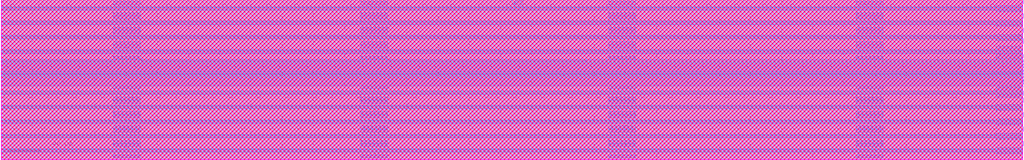
<source format=lef>
# Created by MC2 : Version 2012.02.00.d on 2024/05/10, 14:04:38

#*********************************************************************************************************************/
# Software       : TSMC MEMORY COMPILER tsn28hpcpd127spsram_2012.02.00.d.180a						*/
# Technology     : TSMC 28nm CMOS LOGIC High Performance Compact Mobile Computing Plus 1P10M HKMG CU_ELK 0.9V				*/
#  Memory Type    : TSMC 28nm High Performance Compact Mobile Computing Plus Single Port SRAM with d127 bit cell HVT periphery */
# Library Name   : ts1n28hpcphvtb32768x9m16sso (user specify : TS1N28HPCPHVTB32768X9M16SSO)				*/
# Library Version: 180a												*/
# Generated Time : 2024/05/10, 14:04:29										*/
#*********************************************************************************************************************/
#															*/
# STATEMENT OF USE													*/
#															*/
# This information contains confidential and proprietary information of TSMC.					*/
# No part of this information may be reproduced, transmitted, transcribed,						*/
# stored in a retrieval system, or translated into any human or computer						*/
# language, in any form or by any means, electronic, mechanical, magnetic,						*/
# optical, chemical, manual, or otherwise, without the prior written permission					*/
# of TSMC. This information was prepared for informational purpose and is for					*/
# use by TSMC's customers only. TSMC reserves the right to make changes in the					*/
# information at any time and without notice.									*/
#															*/
#*********************************************************************************************************************/
VERSION 5.7 ;
BUSBITCHARS "[]" ;
DIVIDERCHAR "/" ;

MACRO TS1N28HPCPHVTB32768X9M16SSO
	CLASS BLOCK ;
	FOREIGN TS1N28HPCPHVTB32768X9M16SSO 0.0 0.0 ;
	ORIGIN 0.0 0.0 ;
	SIZE 654.735 BY 102.850 ;
	SYMMETRY X Y ;
	PIN A[0]
		DIRECTION INPUT ;
		USE SIGNAL ;
		PORT
			LAYER M3 ;
			RECT 654.555 58.550 654.735 58.700 ;
			LAYER M2 ;
			RECT 654.555 58.550 654.735 58.700 ;
			LAYER M1 ;
			RECT 654.555 58.550 654.735 58.700 ;
		END
		ANTENNAGATEAREA 0.039000 LAYER M1 ;
		ANTENNADIFFAREA 0.020000 LAYER M1 ;
		ANTENNAPARTIALMETALAREA 0.109700 LAYER M1 ;
		ANTENNAMAXAREACAR 2.041700 LAYER M1 ;
		ANTENNAPARTIALCUTAREA 0.026000 LAYER VIA1 ;
		ANTENNAMAXAREACAR 0.333300 LAYER VIA1 ;
		ANTENNAGATEAREA 0.039000 LAYER M2 ;
		ANTENNADIFFAREA 0.020000 LAYER M2 ;
		ANTENNAPARTIALMETALAREA 0.483700 LAYER M2 ;
		ANTENNAMAXAREACAR 18.165000 LAYER M2 ;
		ANTENNAPARTIALCUTAREA 0.006500 LAYER VIA2 ;
		ANTENNAMAXAREACAR 0.500000 LAYER VIA2 ;
		ANTENNAGATEAREA 0.039000 LAYER M3 ;
		ANTENNADIFFAREA 0.020000 LAYER M3 ;
		ANTENNAPARTIALMETALAREA 0.027000 LAYER M3 ;
		ANTENNAMAXAREACAR 19.065000 LAYER M3 ;
	END A[0]

	PIN A[10]
		DIRECTION INPUT ;
		USE SIGNAL ;
		PORT
			LAYER M2 ;
			RECT 654.555 48.690 654.735 48.840 ;
			LAYER M1 ;
			RECT 654.555 48.690 654.735 48.840 ;
			LAYER M3 ;
			RECT 654.555 48.690 654.735 48.840 ;
		END
		ANTENNAGATEAREA 0.039000 LAYER M1 ;
		ANTENNADIFFAREA 0.020000 LAYER M1 ;
		ANTENNAPARTIALMETALAREA 0.109700 LAYER M1 ;
		ANTENNAMAXAREACAR 2.041700 LAYER M1 ;
		ANTENNAPARTIALCUTAREA 0.026000 LAYER VIA1 ;
		ANTENNAMAXAREACAR 0.333300 LAYER VIA1 ;
		ANTENNAGATEAREA 0.039000 LAYER M2 ;
		ANTENNADIFFAREA 0.020000 LAYER M2 ;
		ANTENNAPARTIALMETALAREA 0.483700 LAYER M2 ;
		ANTENNAMAXAREACAR 18.165000 LAYER M2 ;
		ANTENNAPARTIALCUTAREA 0.006500 LAYER VIA2 ;
		ANTENNAMAXAREACAR 0.500000 LAYER VIA2 ;
		ANTENNAGATEAREA 0.039000 LAYER M3 ;
		ANTENNADIFFAREA 0.020000 LAYER M3 ;
		ANTENNAPARTIALMETALAREA 0.027000 LAYER M3 ;
		ANTENNAMAXAREACAR 19.065000 LAYER M3 ;
	END A[10]

	PIN A[11]
		DIRECTION INPUT ;
		USE SIGNAL ;
		PORT
			LAYER M2 ;
			RECT 654.555 48.300 654.735 48.450 ;
			LAYER M3 ;
			RECT 654.555 48.300 654.735 48.450 ;
			LAYER M1 ;
			RECT 654.555 48.300 654.735 48.450 ;
		END
		ANTENNAGATEAREA 0.039000 LAYER M1 ;
		ANTENNADIFFAREA 0.020000 LAYER M1 ;
		ANTENNAPARTIALMETALAREA 0.109700 LAYER M1 ;
		ANTENNAMAXAREACAR 2.041700 LAYER M1 ;
		ANTENNAPARTIALCUTAREA 0.026000 LAYER VIA1 ;
		ANTENNAMAXAREACAR 0.333300 LAYER VIA1 ;
		ANTENNAGATEAREA 0.039000 LAYER M2 ;
		ANTENNADIFFAREA 0.020000 LAYER M2 ;
		ANTENNAPARTIALMETALAREA 0.483700 LAYER M2 ;
		ANTENNAMAXAREACAR 18.165000 LAYER M2 ;
		ANTENNAPARTIALCUTAREA 0.006500 LAYER VIA2 ;
		ANTENNAMAXAREACAR 0.500000 LAYER VIA2 ;
		ANTENNAGATEAREA 0.039000 LAYER M3 ;
		ANTENNADIFFAREA 0.020000 LAYER M3 ;
		ANTENNAPARTIALMETALAREA 0.027000 LAYER M3 ;
		ANTENNAMAXAREACAR 19.065000 LAYER M3 ;
	END A[11]

	PIN A[12]
		DIRECTION INPUT ;
		USE SIGNAL ;
		PORT
			LAYER M1 ;
			RECT 654.555 60.990 654.735 61.140 ;
			LAYER M3 ;
			RECT 654.555 60.990 654.735 61.140 ;
			LAYER M2 ;
			RECT 654.555 60.990 654.735 61.140 ;
		END
		ANTENNAGATEAREA 0.039000 LAYER M1 ;
		ANTENNADIFFAREA 0.020000 LAYER M1 ;
		ANTENNAPARTIALMETALAREA 0.109700 LAYER M1 ;
		ANTENNAMAXAREACAR 2.041700 LAYER M1 ;
		ANTENNAPARTIALCUTAREA 0.026000 LAYER VIA1 ;
		ANTENNAMAXAREACAR 0.333300 LAYER VIA1 ;
		ANTENNAGATEAREA 0.039000 LAYER M2 ;
		ANTENNADIFFAREA 0.020000 LAYER M2 ;
		ANTENNAPARTIALMETALAREA 0.483700 LAYER M2 ;
		ANTENNAMAXAREACAR 18.165000 LAYER M2 ;
		ANTENNAPARTIALCUTAREA 0.006500 LAYER VIA2 ;
		ANTENNAMAXAREACAR 0.500000 LAYER VIA2 ;
		ANTENNAGATEAREA 0.039000 LAYER M3 ;
		ANTENNADIFFAREA 0.020000 LAYER M3 ;
		ANTENNAPARTIALMETALAREA 0.027000 LAYER M3 ;
		ANTENNAMAXAREACAR 19.065000 LAYER M3 ;
	END A[12]

	PIN A[13]
		DIRECTION INPUT ;
		USE SIGNAL ;
		PORT
			LAYER M1 ;
			RECT 654.555 60.600 654.735 60.750 ;
			LAYER M3 ;
			RECT 654.555 60.600 654.735 60.750 ;
			LAYER M2 ;
			RECT 654.555 60.600 654.735 60.750 ;
		END
		ANTENNAGATEAREA 0.039000 LAYER M1 ;
		ANTENNADIFFAREA 0.020000 LAYER M1 ;
		ANTENNAPARTIALMETALAREA 0.109700 LAYER M1 ;
		ANTENNAMAXAREACAR 2.041700 LAYER M1 ;
		ANTENNAPARTIALCUTAREA 0.026000 LAYER VIA1 ;
		ANTENNAMAXAREACAR 0.333300 LAYER VIA1 ;
		ANTENNAGATEAREA 0.039000 LAYER M2 ;
		ANTENNADIFFAREA 0.020000 LAYER M2 ;
		ANTENNAPARTIALMETALAREA 0.483700 LAYER M2 ;
		ANTENNAMAXAREACAR 18.165000 LAYER M2 ;
		ANTENNAPARTIALCUTAREA 0.006500 LAYER VIA2 ;
		ANTENNAMAXAREACAR 0.500000 LAYER VIA2 ;
		ANTENNAGATEAREA 0.039000 LAYER M3 ;
		ANTENNADIFFAREA 0.020000 LAYER M3 ;
		ANTENNAPARTIALMETALAREA 0.027000 LAYER M3 ;
		ANTENNAMAXAREACAR 19.065000 LAYER M3 ;
	END A[13]

	PIN A[14]
		DIRECTION INPUT ;
		USE SIGNAL ;
		PORT
			LAYER M1 ;
			RECT 654.555 58.940 654.735 59.090 ;
			LAYER M2 ;
			RECT 654.555 58.940 654.735 59.090 ;
			LAYER M3 ;
			RECT 654.555 58.940 654.735 59.090 ;
		END
		ANTENNAGATEAREA 0.039000 LAYER M1 ;
		ANTENNADIFFAREA 0.020000 LAYER M1 ;
		ANTENNAPARTIALMETALAREA 0.109700 LAYER M1 ;
		ANTENNAMAXAREACAR 2.041700 LAYER M1 ;
		ANTENNAPARTIALCUTAREA 0.026000 LAYER VIA1 ;
		ANTENNAMAXAREACAR 0.333300 LAYER VIA1 ;
		ANTENNAGATEAREA 0.039000 LAYER M2 ;
		ANTENNADIFFAREA 0.020000 LAYER M2 ;
		ANTENNAPARTIALMETALAREA 0.483700 LAYER M2 ;
		ANTENNAMAXAREACAR 18.165000 LAYER M2 ;
		ANTENNAPARTIALCUTAREA 0.006500 LAYER VIA2 ;
		ANTENNAMAXAREACAR 0.500000 LAYER VIA2 ;
		ANTENNAGATEAREA 0.039000 LAYER M3 ;
		ANTENNADIFFAREA 0.020000 LAYER M3 ;
		ANTENNAPARTIALMETALAREA 0.027000 LAYER M3 ;
		ANTENNAMAXAREACAR 19.065000 LAYER M3 ;
	END A[14]

	PIN A[1]
		DIRECTION INPUT ;
		USE SIGNAL ;
		PORT
			LAYER M1 ;
			RECT 654.555 56.890 654.735 57.040 ;
			LAYER M2 ;
			RECT 654.555 56.890 654.735 57.040 ;
			LAYER M3 ;
			RECT 654.555 56.890 654.735 57.040 ;
		END
		ANTENNAGATEAREA 0.039000 LAYER M1 ;
		ANTENNADIFFAREA 0.020000 LAYER M1 ;
		ANTENNAPARTIALMETALAREA 0.109700 LAYER M1 ;
		ANTENNAMAXAREACAR 2.041700 LAYER M1 ;
		ANTENNAPARTIALCUTAREA 0.026000 LAYER VIA1 ;
		ANTENNAMAXAREACAR 0.333300 LAYER VIA1 ;
		ANTENNAGATEAREA 0.039000 LAYER M2 ;
		ANTENNADIFFAREA 0.020000 LAYER M2 ;
		ANTENNAPARTIALMETALAREA 0.483700 LAYER M2 ;
		ANTENNAMAXAREACAR 18.165000 LAYER M2 ;
		ANTENNAPARTIALCUTAREA 0.006500 LAYER VIA2 ;
		ANTENNAMAXAREACAR 0.500000 LAYER VIA2 ;
		ANTENNAGATEAREA 0.039000 LAYER M3 ;
		ANTENNADIFFAREA 0.020000 LAYER M3 ;
		ANTENNAPARTIALMETALAREA 0.027000 LAYER M3 ;
		ANTENNAMAXAREACAR 19.065000 LAYER M3 ;
	END A[1]

	PIN A[2]
		DIRECTION INPUT ;
		USE SIGNAL ;
		PORT
			LAYER M3 ;
			RECT 654.555 56.500 654.735 56.650 ;
			LAYER M2 ;
			RECT 654.555 56.500 654.735 56.650 ;
			LAYER M1 ;
			RECT 654.555 56.500 654.735 56.650 ;
		END
		ANTENNAGATEAREA 0.039000 LAYER M1 ;
		ANTENNADIFFAREA 0.020000 LAYER M1 ;
		ANTENNAPARTIALMETALAREA 0.109700 LAYER M1 ;
		ANTENNAMAXAREACAR 2.041700 LAYER M1 ;
		ANTENNAPARTIALCUTAREA 0.026000 LAYER VIA1 ;
		ANTENNAMAXAREACAR 0.333300 LAYER VIA1 ;
		ANTENNAGATEAREA 0.039000 LAYER M2 ;
		ANTENNADIFFAREA 0.020000 LAYER M2 ;
		ANTENNAPARTIALMETALAREA 0.483700 LAYER M2 ;
		ANTENNAMAXAREACAR 18.165000 LAYER M2 ;
		ANTENNAPARTIALCUTAREA 0.006500 LAYER VIA2 ;
		ANTENNAMAXAREACAR 0.500000 LAYER VIA2 ;
		ANTENNAGATEAREA 0.039000 LAYER M3 ;
		ANTENNADIFFAREA 0.020000 LAYER M3 ;
		ANTENNAPARTIALMETALAREA 0.027000 LAYER M3 ;
		ANTENNAMAXAREACAR 19.065000 LAYER M3 ;
	END A[2]

	PIN A[3]
		DIRECTION INPUT ;
		USE SIGNAL ;
		PORT
			LAYER M2 ;
			RECT 654.555 46.640 654.735 46.790 ;
			LAYER M3 ;
			RECT 654.555 46.640 654.735 46.790 ;
			LAYER M1 ;
			RECT 654.555 46.640 654.735 46.790 ;
		END
		ANTENNAGATEAREA 0.039000 LAYER M1 ;
		ANTENNADIFFAREA 0.020000 LAYER M1 ;
		ANTENNAPARTIALMETALAREA 0.109700 LAYER M1 ;
		ANTENNAMAXAREACAR 2.041700 LAYER M1 ;
		ANTENNAPARTIALCUTAREA 0.026000 LAYER VIA1 ;
		ANTENNAMAXAREACAR 0.333300 LAYER VIA1 ;
		ANTENNAGATEAREA 0.039000 LAYER M2 ;
		ANTENNADIFFAREA 0.020000 LAYER M2 ;
		ANTENNAPARTIALMETALAREA 0.483700 LAYER M2 ;
		ANTENNAMAXAREACAR 18.165000 LAYER M2 ;
		ANTENNAPARTIALCUTAREA 0.006500 LAYER VIA2 ;
		ANTENNAMAXAREACAR 0.500000 LAYER VIA2 ;
		ANTENNAGATEAREA 0.039000 LAYER M3 ;
		ANTENNADIFFAREA 0.020000 LAYER M3 ;
		ANTENNAPARTIALMETALAREA 0.027000 LAYER M3 ;
		ANTENNAMAXAREACAR 19.065000 LAYER M3 ;
	END A[3]

	PIN A[4]
		DIRECTION INPUT ;
		USE SIGNAL ;
		PORT
			LAYER M1 ;
			RECT 654.555 52.400 654.735 52.550 ;
			LAYER M3 ;
			RECT 654.555 52.400 654.735 52.550 ;
			LAYER M2 ;
			RECT 654.555 52.400 654.735 52.550 ;
		END
		ANTENNAGATEAREA 0.039000 LAYER M1 ;
		ANTENNADIFFAREA 0.020000 LAYER M1 ;
		ANTENNAPARTIALMETALAREA 0.109700 LAYER M1 ;
		ANTENNAMAXAREACAR 2.041700 LAYER M1 ;
		ANTENNAPARTIALCUTAREA 0.026000 LAYER VIA1 ;
		ANTENNAMAXAREACAR 0.333300 LAYER VIA1 ;
		ANTENNAGATEAREA 0.039000 LAYER M2 ;
		ANTENNADIFFAREA 0.020000 LAYER M2 ;
		ANTENNAPARTIALMETALAREA 0.483700 LAYER M2 ;
		ANTENNAMAXAREACAR 18.165000 LAYER M2 ;
		ANTENNAPARTIALCUTAREA 0.006500 LAYER VIA2 ;
		ANTENNAMAXAREACAR 0.500000 LAYER VIA2 ;
		ANTENNAGATEAREA 0.039000 LAYER M3 ;
		ANTENNADIFFAREA 0.020000 LAYER M3 ;
		ANTENNAPARTIALMETALAREA 0.027000 LAYER M3 ;
		ANTENNAMAXAREACAR 19.065000 LAYER M3 ;
	END A[4]

	PIN A[5]
		DIRECTION INPUT ;
		USE SIGNAL ;
		PORT
			LAYER M2 ;
			RECT 654.555 50.740 654.735 50.890 ;
			LAYER M3 ;
			RECT 654.555 50.740 654.735 50.890 ;
			LAYER M1 ;
			RECT 654.555 50.740 654.735 50.890 ;
		END
		ANTENNAGATEAREA 0.039000 LAYER M1 ;
		ANTENNADIFFAREA 0.020000 LAYER M1 ;
		ANTENNAPARTIALMETALAREA 0.109700 LAYER M1 ;
		ANTENNAMAXAREACAR 2.041700 LAYER M1 ;
		ANTENNAPARTIALCUTAREA 0.026000 LAYER VIA1 ;
		ANTENNAMAXAREACAR 0.333300 LAYER VIA1 ;
		ANTENNAGATEAREA 0.039000 LAYER M2 ;
		ANTENNADIFFAREA 0.020000 LAYER M2 ;
		ANTENNAPARTIALMETALAREA 0.483700 LAYER M2 ;
		ANTENNAMAXAREACAR 18.165000 LAYER M2 ;
		ANTENNAPARTIALCUTAREA 0.006500 LAYER VIA2 ;
		ANTENNAMAXAREACAR 0.500000 LAYER VIA2 ;
		ANTENNAGATEAREA 0.039000 LAYER M3 ;
		ANTENNADIFFAREA 0.020000 LAYER M3 ;
		ANTENNAPARTIALMETALAREA 0.027000 LAYER M3 ;
		ANTENNAMAXAREACAR 19.065000 LAYER M3 ;
	END A[5]

	PIN A[6]
		DIRECTION INPUT ;
		USE SIGNAL ;
		PORT
			LAYER M1 ;
			RECT 654.555 50.350 654.735 50.500 ;
			LAYER M2 ;
			RECT 654.555 50.350 654.735 50.500 ;
			LAYER M3 ;
			RECT 654.555 50.350 654.735 50.500 ;
		END
		ANTENNAGATEAREA 0.039000 LAYER M1 ;
		ANTENNADIFFAREA 0.020000 LAYER M1 ;
		ANTENNAPARTIALMETALAREA 0.109700 LAYER M1 ;
		ANTENNAMAXAREACAR 2.041700 LAYER M1 ;
		ANTENNAPARTIALCUTAREA 0.026000 LAYER VIA1 ;
		ANTENNAMAXAREACAR 0.333300 LAYER VIA1 ;
		ANTENNAGATEAREA 0.039000 LAYER M2 ;
		ANTENNADIFFAREA 0.020000 LAYER M2 ;
		ANTENNAPARTIALMETALAREA 0.483700 LAYER M2 ;
		ANTENNAMAXAREACAR 18.165000 LAYER M2 ;
		ANTENNAPARTIALCUTAREA 0.006500 LAYER VIA2 ;
		ANTENNAMAXAREACAR 0.500000 LAYER VIA2 ;
		ANTENNAGATEAREA 0.039000 LAYER M3 ;
		ANTENNADIFFAREA 0.020000 LAYER M3 ;
		ANTENNAPARTIALMETALAREA 0.027000 LAYER M3 ;
		ANTENNAMAXAREACAR 19.065000 LAYER M3 ;
	END A[6]

	PIN A[7]
		DIRECTION INPUT ;
		USE SIGNAL ;
		PORT
			LAYER M1 ;
			RECT 654.555 54.840 654.735 54.990 ;
			LAYER M2 ;
			RECT 654.555 54.840 654.735 54.990 ;
			LAYER M3 ;
			RECT 654.555 54.840 654.735 54.990 ;
		END
		ANTENNAGATEAREA 0.039000 LAYER M1 ;
		ANTENNADIFFAREA 0.020000 LAYER M1 ;
		ANTENNAPARTIALMETALAREA 0.109700 LAYER M1 ;
		ANTENNAMAXAREACAR 2.041700 LAYER M1 ;
		ANTENNAPARTIALCUTAREA 0.026000 LAYER VIA1 ;
		ANTENNAMAXAREACAR 0.333300 LAYER VIA1 ;
		ANTENNAGATEAREA 0.039000 LAYER M2 ;
		ANTENNADIFFAREA 0.020000 LAYER M2 ;
		ANTENNAPARTIALMETALAREA 0.483700 LAYER M2 ;
		ANTENNAMAXAREACAR 18.165000 LAYER M2 ;
		ANTENNAPARTIALCUTAREA 0.006500 LAYER VIA2 ;
		ANTENNAMAXAREACAR 0.500000 LAYER VIA2 ;
		ANTENNAGATEAREA 0.039000 LAYER M3 ;
		ANTENNADIFFAREA 0.020000 LAYER M3 ;
		ANTENNAPARTIALMETALAREA 0.027000 LAYER M3 ;
		ANTENNAMAXAREACAR 19.065000 LAYER M3 ;
	END A[7]

	PIN A[8]
		DIRECTION INPUT ;
		USE SIGNAL ;
		PORT
			LAYER M1 ;
			RECT 654.555 54.450 654.735 54.600 ;
			LAYER M3 ;
			RECT 654.555 54.450 654.735 54.600 ;
			LAYER M2 ;
			RECT 654.555 54.450 654.735 54.600 ;
		END
		ANTENNAGATEAREA 0.039000 LAYER M1 ;
		ANTENNADIFFAREA 0.020000 LAYER M1 ;
		ANTENNAPARTIALMETALAREA 0.109700 LAYER M1 ;
		ANTENNAMAXAREACAR 2.041700 LAYER M1 ;
		ANTENNAPARTIALCUTAREA 0.026000 LAYER VIA1 ;
		ANTENNAMAXAREACAR 0.333300 LAYER VIA1 ;
		ANTENNAGATEAREA 0.039000 LAYER M2 ;
		ANTENNADIFFAREA 0.020000 LAYER M2 ;
		ANTENNAPARTIALMETALAREA 0.483700 LAYER M2 ;
		ANTENNAMAXAREACAR 18.165000 LAYER M2 ;
		ANTENNAPARTIALCUTAREA 0.006500 LAYER VIA2 ;
		ANTENNAMAXAREACAR 0.500000 LAYER VIA2 ;
		ANTENNAGATEAREA 0.039000 LAYER M3 ;
		ANTENNADIFFAREA 0.020000 LAYER M3 ;
		ANTENNAPARTIALMETALAREA 0.027000 LAYER M3 ;
		ANTENNAMAXAREACAR 19.065000 LAYER M3 ;
	END A[8]

	PIN A[9]
		DIRECTION INPUT ;
		USE SIGNAL ;
		PORT
			LAYER M1 ;
			RECT 654.555 52.790 654.735 52.940 ;
			LAYER M2 ;
			RECT 654.555 52.790 654.735 52.940 ;
			LAYER M3 ;
			RECT 654.555 52.790 654.735 52.940 ;
		END
		ANTENNAGATEAREA 0.039000 LAYER M1 ;
		ANTENNADIFFAREA 0.020000 LAYER M1 ;
		ANTENNAPARTIALMETALAREA 0.109700 LAYER M1 ;
		ANTENNAMAXAREACAR 2.041700 LAYER M1 ;
		ANTENNAPARTIALCUTAREA 0.026000 LAYER VIA1 ;
		ANTENNAMAXAREACAR 0.333300 LAYER VIA1 ;
		ANTENNAGATEAREA 0.039000 LAYER M2 ;
		ANTENNADIFFAREA 0.020000 LAYER M2 ;
		ANTENNAPARTIALMETALAREA 0.483700 LAYER M2 ;
		ANTENNAMAXAREACAR 18.165000 LAYER M2 ;
		ANTENNAPARTIALCUTAREA 0.006500 LAYER VIA2 ;
		ANTENNAMAXAREACAR 0.500000 LAYER VIA2 ;
		ANTENNAGATEAREA 0.039000 LAYER M3 ;
		ANTENNADIFFAREA 0.020000 LAYER M3 ;
		ANTENNAPARTIALMETALAREA 0.027000 LAYER M3 ;
		ANTENNAMAXAREACAR 19.065000 LAYER M3 ;
	END A[9]

	PIN CEB
		DIRECTION INPUT ;
		USE SIGNAL ;
		PORT
			LAYER M3 ;
			RECT 654.555 62.650 654.735 62.800 ;
			LAYER M2 ;
			RECT 654.555 62.650 654.735 62.800 ;
			LAYER M1 ;
			RECT 654.555 62.650 654.735 62.800 ;
		END
		ANTENNAGATEAREA 0.039000 LAYER M1 ;
		ANTENNADIFFAREA 0.020000 LAYER M1 ;
		ANTENNAPARTIALMETALAREA 0.115300 LAYER M1 ;
		ANTENNAMAXAREACAR 2.228300 LAYER M1 ;
		ANTENNAPARTIALCUTAREA 0.026000 LAYER VIA1 ;
		ANTENNAMAXAREACAR 0.515900 LAYER VIA1 ;
		ANTENNAGATEAREA 0.039000 LAYER M2 ;
		ANTENNADIFFAREA 0.020000 LAYER M2 ;
		ANTENNAPARTIALMETALAREA 0.249900 LAYER M2 ;
		ANTENNAMAXAREACAR 10.191100 LAYER M2 ;
		ANTENNAPARTIALCUTAREA 0.006500 LAYER VIA2 ;
		ANTENNAMAXAREACAR 0.732500 LAYER VIA2 ;
		ANTENNAGATEAREA 0.039000 LAYER M3 ;
		ANTENNADIFFAREA 0.020000 LAYER M3 ;
		ANTENNAPARTIALMETALAREA 0.027000 LAYER M3 ;
		ANTENNAMAXAREACAR 11.091100 LAYER M3 ;
	END CEB

	PIN CLK
		DIRECTION INPUT ;
		USE SIGNAL ;
		PORT
			LAYER M3 ;
			RECT 654.555 63.280 654.735 63.430 ;
			LAYER M2 ;
			RECT 654.555 63.280 654.735 63.430 ;
			LAYER M1 ;
			RECT 654.555 63.280 654.735 63.430 ;
		END
		ANTENNAGATEAREA 2.013900 LAYER M1 ;
		ANTENNADIFFAREA 0.020000 LAYER M1 ;
		ANTENNAPARTIALMETALAREA 3.534300 LAYER M1 ;
		ANTENNAMAXAREACAR 5.372500 LAYER M1 ;
		ANTENNAPARTIALCUTAREA 0.331500 LAYER VIA1 ;
		ANTENNAMAXAREACAR 0.866700 LAYER VIA1 ;
		ANTENNAGATEAREA 2.013900 LAYER M2 ;
		ANTENNADIFFAREA 0.020000 LAYER M2 ;
		ANTENNAPARTIALMETALAREA 2.694600 LAYER M2 ;
		ANTENNAMAXAREACAR 33.912400 LAYER M2 ;
		ANTENNAPARTIALCUTAREA 0.292500 LAYER VIA2 ;
		ANTENNAMAXAREACAR 1.097200 LAYER VIA2 ;
		ANTENNAGATEAREA 2.013900 LAYER M3 ;
		ANTENNADIFFAREA 0.020000 LAYER M3 ;
		ANTENNAPARTIALMETALAREA 2.754400 LAYER M3 ;
		ANTENNAMAXAREACAR 35.107800 LAYER M3 ;
	END CLK

	PIN D[0]
		DIRECTION INPUT ;
		USE SIGNAL ;
		PORT
			LAYER M2 ;
			RECT 654.555 6.635 654.735 6.785 ;
			LAYER M3 ;
			RECT 654.555 6.635 654.735 6.785 ;
			LAYER M1 ;
			RECT 654.555 6.635 654.735 6.785 ;
		END
		ANTENNAGATEAREA 0.039000 LAYER M1 ;
		ANTENNADIFFAREA 0.020000 LAYER M1 ;
		ANTENNAPARTIALMETALAREA 0.125300 LAYER M1 ;
		ANTENNAMAXAREACAR 2.560000 LAYER M1 ;
		ANTENNAPARTIALCUTAREA 0.026000 LAYER VIA1 ;
		ANTENNAMAXAREACAR 0.333300 LAYER VIA1 ;
		ANTENNAGATEAREA 0.039000 LAYER M2 ;
		ANTENNADIFFAREA 0.020000 LAYER M2 ;
		ANTENNAPARTIALMETALAREA 0.481400 LAYER M2 ;
		ANTENNAMAXAREACAR 18.608300 LAYER M2 ;
		ANTENNAPARTIALCUTAREA 0.006500 LAYER VIA2 ;
		ANTENNAMAXAREACAR 0.500000 LAYER VIA2 ;
		ANTENNAGATEAREA 0.039000 LAYER M3 ;
		ANTENNADIFFAREA 0.020000 LAYER M3 ;
		ANTENNAPARTIALMETALAREA 0.027000 LAYER M3 ;
		ANTENNAMAXAREACAR 19.508300 LAYER M3 ;
	END D[0]

	PIN D[1]
		DIRECTION INPUT ;
		USE SIGNAL ;
		PORT
			LAYER M1 ;
			RECT 654.555 15.915 654.735 16.065 ;
			LAYER M3 ;
			RECT 654.555 15.915 654.735 16.065 ;
			LAYER M2 ;
			RECT 654.555 15.915 654.735 16.065 ;
		END
		ANTENNAGATEAREA 0.039000 LAYER M1 ;
		ANTENNADIFFAREA 0.020000 LAYER M1 ;
		ANTENNAPARTIALMETALAREA 0.125300 LAYER M1 ;
		ANTENNAMAXAREACAR 2.560000 LAYER M1 ;
		ANTENNAPARTIALCUTAREA 0.026000 LAYER VIA1 ;
		ANTENNAMAXAREACAR 0.333300 LAYER VIA1 ;
		ANTENNAGATEAREA 0.039000 LAYER M2 ;
		ANTENNADIFFAREA 0.020000 LAYER M2 ;
		ANTENNAPARTIALMETALAREA 0.481400 LAYER M2 ;
		ANTENNAMAXAREACAR 18.608300 LAYER M2 ;
		ANTENNAPARTIALCUTAREA 0.006500 LAYER VIA2 ;
		ANTENNAMAXAREACAR 0.500000 LAYER VIA2 ;
		ANTENNAGATEAREA 0.039000 LAYER M3 ;
		ANTENNADIFFAREA 0.020000 LAYER M3 ;
		ANTENNAPARTIALMETALAREA 0.027000 LAYER M3 ;
		ANTENNAMAXAREACAR 19.508300 LAYER M3 ;
	END D[1]

	PIN D[2]
		DIRECTION INPUT ;
		USE SIGNAL ;
		PORT
			LAYER M1 ;
			RECT 654.555 25.195 654.735 25.345 ;
			LAYER M3 ;
			RECT 654.555 25.195 654.735 25.345 ;
			LAYER M2 ;
			RECT 654.555 25.195 654.735 25.345 ;
		END
		ANTENNAGATEAREA 0.039000 LAYER M1 ;
		ANTENNADIFFAREA 0.020000 LAYER M1 ;
		ANTENNAPARTIALMETALAREA 0.125300 LAYER M1 ;
		ANTENNAMAXAREACAR 2.560000 LAYER M1 ;
		ANTENNAPARTIALCUTAREA 0.026000 LAYER VIA1 ;
		ANTENNAMAXAREACAR 0.333300 LAYER VIA1 ;
		ANTENNAGATEAREA 0.039000 LAYER M2 ;
		ANTENNADIFFAREA 0.020000 LAYER M2 ;
		ANTENNAPARTIALMETALAREA 0.481400 LAYER M2 ;
		ANTENNAMAXAREACAR 18.608300 LAYER M2 ;
		ANTENNAPARTIALCUTAREA 0.006500 LAYER VIA2 ;
		ANTENNAMAXAREACAR 0.500000 LAYER VIA2 ;
		ANTENNAGATEAREA 0.039000 LAYER M3 ;
		ANTENNADIFFAREA 0.020000 LAYER M3 ;
		ANTENNAPARTIALMETALAREA 0.027000 LAYER M3 ;
		ANTENNAMAXAREACAR 19.508300 LAYER M3 ;
	END D[2]

	PIN D[3]
		DIRECTION INPUT ;
		USE SIGNAL ;
		PORT
			LAYER M1 ;
			RECT 654.555 34.475 654.735 34.625 ;
			LAYER M3 ;
			RECT 654.555 34.475 654.735 34.625 ;
			LAYER M2 ;
			RECT 654.555 34.475 654.735 34.625 ;
		END
		ANTENNAGATEAREA 0.039000 LAYER M1 ;
		ANTENNADIFFAREA 0.020000 LAYER M1 ;
		ANTENNAPARTIALMETALAREA 0.125300 LAYER M1 ;
		ANTENNAMAXAREACAR 2.560000 LAYER M1 ;
		ANTENNAPARTIALCUTAREA 0.026000 LAYER VIA1 ;
		ANTENNAMAXAREACAR 0.333300 LAYER VIA1 ;
		ANTENNAGATEAREA 0.039000 LAYER M2 ;
		ANTENNADIFFAREA 0.020000 LAYER M2 ;
		ANTENNAPARTIALMETALAREA 0.481400 LAYER M2 ;
		ANTENNAMAXAREACAR 18.608300 LAYER M2 ;
		ANTENNAPARTIALCUTAREA 0.006500 LAYER VIA2 ;
		ANTENNAMAXAREACAR 0.500000 LAYER VIA2 ;
		ANTENNAGATEAREA 0.039000 LAYER M3 ;
		ANTENNADIFFAREA 0.020000 LAYER M3 ;
		ANTENNAPARTIALMETALAREA 0.027000 LAYER M3 ;
		ANTENNAMAXAREACAR 19.508300 LAYER M3 ;
	END D[3]

	PIN D[4]
		DIRECTION INPUT ;
		USE SIGNAL ;
		PORT
			LAYER M3 ;
			RECT 654.555 39.115 654.735 39.265 ;
			LAYER M2 ;
			RECT 654.555 39.115 654.735 39.265 ;
			LAYER M1 ;
			RECT 654.555 39.115 654.735 39.265 ;
		END
		ANTENNAGATEAREA 0.039000 LAYER M1 ;
		ANTENNADIFFAREA 0.020000 LAYER M1 ;
		ANTENNAPARTIALMETALAREA 0.125300 LAYER M1 ;
		ANTENNAMAXAREACAR 2.560000 LAYER M1 ;
		ANTENNAPARTIALCUTAREA 0.026000 LAYER VIA1 ;
		ANTENNAMAXAREACAR 0.333300 LAYER VIA1 ;
		ANTENNAGATEAREA 0.039000 LAYER M2 ;
		ANTENNADIFFAREA 0.020000 LAYER M2 ;
		ANTENNAPARTIALMETALAREA 0.481400 LAYER M2 ;
		ANTENNAMAXAREACAR 18.608300 LAYER M2 ;
		ANTENNAPARTIALCUTAREA 0.006500 LAYER VIA2 ;
		ANTENNAMAXAREACAR 0.500000 LAYER VIA2 ;
		ANTENNAGATEAREA 0.039000 LAYER M3 ;
		ANTENNADIFFAREA 0.020000 LAYER M3 ;
		ANTENNAPARTIALMETALAREA 0.027000 LAYER M3 ;
		ANTENNAMAXAREACAR 19.508300 LAYER M3 ;
	END D[4]

	PIN D[5]
		DIRECTION INPUT ;
		USE SIGNAL ;
		PORT
			LAYER M1 ;
			RECT 654.555 72.475 654.735 72.625 ;
			LAYER M3 ;
			RECT 654.555 72.475 654.735 72.625 ;
			LAYER M2 ;
			RECT 654.555 72.475 654.735 72.625 ;
		END
		ANTENNAGATEAREA 0.039000 LAYER M1 ;
		ANTENNADIFFAREA 0.020000 LAYER M1 ;
		ANTENNAPARTIALMETALAREA 0.125300 LAYER M1 ;
		ANTENNAMAXAREACAR 2.560000 LAYER M1 ;
		ANTENNAPARTIALCUTAREA 0.026000 LAYER VIA1 ;
		ANTENNAMAXAREACAR 0.333300 LAYER VIA1 ;
		ANTENNAGATEAREA 0.039000 LAYER M2 ;
		ANTENNADIFFAREA 0.020000 LAYER M2 ;
		ANTENNAPARTIALMETALAREA 0.481400 LAYER M2 ;
		ANTENNAMAXAREACAR 18.608300 LAYER M2 ;
		ANTENNAPARTIALCUTAREA 0.006500 LAYER VIA2 ;
		ANTENNAMAXAREACAR 0.500000 LAYER VIA2 ;
		ANTENNAGATEAREA 0.039000 LAYER M3 ;
		ANTENNADIFFAREA 0.020000 LAYER M3 ;
		ANTENNAPARTIALMETALAREA 0.027000 LAYER M3 ;
		ANTENNAMAXAREACAR 19.508300 LAYER M3 ;
	END D[5]

	PIN D[6]
		DIRECTION INPUT ;
		USE SIGNAL ;
		PORT
			LAYER M3 ;
			RECT 654.555 79.435 654.735 79.585 ;
			LAYER M2 ;
			RECT 654.555 79.435 654.735 79.585 ;
			LAYER M1 ;
			RECT 654.555 79.435 654.735 79.585 ;
		END
		ANTENNAGATEAREA 0.039000 LAYER M1 ;
		ANTENNADIFFAREA 0.020000 LAYER M1 ;
		ANTENNAPARTIALMETALAREA 0.125300 LAYER M1 ;
		ANTENNAMAXAREACAR 2.560000 LAYER M1 ;
		ANTENNAPARTIALCUTAREA 0.026000 LAYER VIA1 ;
		ANTENNAMAXAREACAR 0.333300 LAYER VIA1 ;
		ANTENNAGATEAREA 0.039000 LAYER M2 ;
		ANTENNADIFFAREA 0.020000 LAYER M2 ;
		ANTENNAPARTIALMETALAREA 0.481400 LAYER M2 ;
		ANTENNAMAXAREACAR 18.608300 LAYER M2 ;
		ANTENNAPARTIALCUTAREA 0.006500 LAYER VIA2 ;
		ANTENNAMAXAREACAR 0.500000 LAYER VIA2 ;
		ANTENNAGATEAREA 0.039000 LAYER M3 ;
		ANTENNADIFFAREA 0.020000 LAYER M3 ;
		ANTENNAPARTIALMETALAREA 0.027000 LAYER M3 ;
		ANTENNAMAXAREACAR 19.508300 LAYER M3 ;
	END D[6]

	PIN D[7]
		DIRECTION INPUT ;
		USE SIGNAL ;
		PORT
			LAYER M3 ;
			RECT 654.555 88.715 654.735 88.865 ;
			LAYER M1 ;
			RECT 654.555 88.715 654.735 88.865 ;
			LAYER M2 ;
			RECT 654.555 88.715 654.735 88.865 ;
		END
		ANTENNAGATEAREA 0.039000 LAYER M1 ;
		ANTENNADIFFAREA 0.020000 LAYER M1 ;
		ANTENNAPARTIALMETALAREA 0.125300 LAYER M1 ;
		ANTENNAMAXAREACAR 2.560000 LAYER M1 ;
		ANTENNAPARTIALCUTAREA 0.026000 LAYER VIA1 ;
		ANTENNAMAXAREACAR 0.333300 LAYER VIA1 ;
		ANTENNAGATEAREA 0.039000 LAYER M2 ;
		ANTENNADIFFAREA 0.020000 LAYER M2 ;
		ANTENNAPARTIALMETALAREA 0.481400 LAYER M2 ;
		ANTENNAMAXAREACAR 18.608300 LAYER M2 ;
		ANTENNAPARTIALCUTAREA 0.006500 LAYER VIA2 ;
		ANTENNAMAXAREACAR 0.500000 LAYER VIA2 ;
		ANTENNAGATEAREA 0.039000 LAYER M3 ;
		ANTENNADIFFAREA 0.020000 LAYER M3 ;
		ANTENNAPARTIALMETALAREA 0.027000 LAYER M3 ;
		ANTENNAMAXAREACAR 19.508300 LAYER M3 ;
	END D[7]

	PIN D[8]
		DIRECTION INPUT ;
		USE SIGNAL ;
		PORT
			LAYER M3 ;
			RECT 654.555 97.995 654.735 98.145 ;
			LAYER M2 ;
			RECT 654.555 97.995 654.735 98.145 ;
			LAYER M1 ;
			RECT 654.555 97.995 654.735 98.145 ;
		END
		ANTENNAGATEAREA 0.039000 LAYER M1 ;
		ANTENNADIFFAREA 0.020000 LAYER M1 ;
		ANTENNAPARTIALMETALAREA 0.125300 LAYER M1 ;
		ANTENNAMAXAREACAR 2.560000 LAYER M1 ;
		ANTENNAPARTIALCUTAREA 0.026000 LAYER VIA1 ;
		ANTENNAMAXAREACAR 0.333300 LAYER VIA1 ;
		ANTENNAGATEAREA 0.039000 LAYER M2 ;
		ANTENNADIFFAREA 0.020000 LAYER M2 ;
		ANTENNAPARTIALMETALAREA 0.481400 LAYER M2 ;
		ANTENNAMAXAREACAR 18.608300 LAYER M2 ;
		ANTENNAPARTIALCUTAREA 0.006500 LAYER VIA2 ;
		ANTENNAMAXAREACAR 0.500000 LAYER VIA2 ;
		ANTENNAGATEAREA 0.039000 LAYER M3 ;
		ANTENNADIFFAREA 0.020000 LAYER M3 ;
		ANTENNAPARTIALMETALAREA 0.027000 LAYER M3 ;
		ANTENNAMAXAREACAR 19.508300 LAYER M3 ;
	END D[8]

	PIN Q[0]
		DIRECTION OUTPUT ;
		USE SIGNAL ;
		PORT
			LAYER M1 ;
			RECT 654.555 7.645 654.735 7.795 ;
			LAYER M2 ;
			RECT 654.555 7.645 654.735 7.795 ;
			LAYER M3 ;
			RECT 654.555 7.645 654.735 7.795 ;
		END
		ANTENNADIFFAREA 0.163000 LAYER M1 ;
		ANTENNAPARTIALMETALAREA 0.265500 LAYER M1 ;
		ANTENNAPARTIALCUTAREA 0.032500 LAYER VIA1 ;
		ANTENNADIFFAREA 0.163000 LAYER M2 ;
		ANTENNAPARTIALMETALAREA 1.154000 LAYER M2 ;
		ANTENNAPARTIALCUTAREA 0.026000 LAYER VIA2 ;
		ANTENNADIFFAREA 0.163000 LAYER M3 ;
		ANTENNAPARTIALMETALAREA 0.176700 LAYER M3 ;
	END Q[0]

	PIN Q[1]
		DIRECTION OUTPUT ;
		USE SIGNAL ;
		PORT
			LAYER M1 ;
			RECT 654.555 16.925 654.735 17.075 ;
			LAYER M3 ;
			RECT 654.555 16.925 654.735 17.075 ;
			LAYER M2 ;
			RECT 654.555 16.925 654.735 17.075 ;
		END
		ANTENNADIFFAREA 0.163000 LAYER M1 ;
		ANTENNAPARTIALMETALAREA 0.265500 LAYER M1 ;
		ANTENNAPARTIALCUTAREA 0.032500 LAYER VIA1 ;
		ANTENNADIFFAREA 0.163000 LAYER M2 ;
		ANTENNAPARTIALMETALAREA 1.154000 LAYER M2 ;
		ANTENNAPARTIALCUTAREA 0.026000 LAYER VIA2 ;
		ANTENNADIFFAREA 0.163000 LAYER M3 ;
		ANTENNAPARTIALMETALAREA 0.176700 LAYER M3 ;
	END Q[1]

	PIN Q[2]
		DIRECTION OUTPUT ;
		USE SIGNAL ;
		PORT
			LAYER M1 ;
			RECT 654.555 26.205 654.735 26.355 ;
			LAYER M3 ;
			RECT 654.555 26.205 654.735 26.355 ;
			LAYER M2 ;
			RECT 654.555 26.205 654.735 26.355 ;
		END
		ANTENNADIFFAREA 0.163000 LAYER M1 ;
		ANTENNAPARTIALMETALAREA 0.265500 LAYER M1 ;
		ANTENNAPARTIALCUTAREA 0.032500 LAYER VIA1 ;
		ANTENNADIFFAREA 0.163000 LAYER M2 ;
		ANTENNAPARTIALMETALAREA 1.154000 LAYER M2 ;
		ANTENNAPARTIALCUTAREA 0.026000 LAYER VIA2 ;
		ANTENNADIFFAREA 0.163000 LAYER M3 ;
		ANTENNAPARTIALMETALAREA 0.176700 LAYER M3 ;
	END Q[2]

	PIN Q[3]
		DIRECTION OUTPUT ;
		USE SIGNAL ;
		PORT
			LAYER M3 ;
			RECT 654.555 35.485 654.735 35.635 ;
			LAYER M2 ;
			RECT 654.555 35.485 654.735 35.635 ;
			LAYER M1 ;
			RECT 654.555 35.485 654.735 35.635 ;
		END
		ANTENNADIFFAREA 0.163000 LAYER M1 ;
		ANTENNAPARTIALMETALAREA 0.265500 LAYER M1 ;
		ANTENNAPARTIALCUTAREA 0.032500 LAYER VIA1 ;
		ANTENNADIFFAREA 0.163000 LAYER M2 ;
		ANTENNAPARTIALMETALAREA 1.154000 LAYER M2 ;
		ANTENNAPARTIALCUTAREA 0.026000 LAYER VIA2 ;
		ANTENNADIFFAREA 0.163000 LAYER M3 ;
		ANTENNAPARTIALMETALAREA 0.176700 LAYER M3 ;
	END Q[3]

	PIN Q[4]
		DIRECTION OUTPUT ;
		USE SIGNAL ;
		PORT
			LAYER M2 ;
			RECT 654.555 40.125 654.735 40.275 ;
			LAYER M1 ;
			RECT 654.555 40.125 654.735 40.275 ;
			LAYER M3 ;
			RECT 654.555 40.125 654.735 40.275 ;
		END
		ANTENNADIFFAREA 0.163000 LAYER M1 ;
		ANTENNAPARTIALMETALAREA 0.265500 LAYER M1 ;
		ANTENNAPARTIALCUTAREA 0.032500 LAYER VIA1 ;
		ANTENNADIFFAREA 0.163000 LAYER M2 ;
		ANTENNAPARTIALMETALAREA 1.154000 LAYER M2 ;
		ANTENNAPARTIALCUTAREA 0.026000 LAYER VIA2 ;
		ANTENNADIFFAREA 0.163000 LAYER M3 ;
		ANTENNAPARTIALMETALAREA 0.176700 LAYER M3 ;
	END Q[4]

	PIN Q[5]
		DIRECTION OUTPUT ;
		USE SIGNAL ;
		PORT
			LAYER M2 ;
			RECT 654.555 73.485 654.735 73.635 ;
			LAYER M1 ;
			RECT 654.555 73.485 654.735 73.635 ;
			LAYER M3 ;
			RECT 654.555 73.485 654.735 73.635 ;
		END
		ANTENNADIFFAREA 0.163000 LAYER M1 ;
		ANTENNAPARTIALMETALAREA 0.265500 LAYER M1 ;
		ANTENNAPARTIALCUTAREA 0.032500 LAYER VIA1 ;
		ANTENNADIFFAREA 0.163000 LAYER M2 ;
		ANTENNAPARTIALMETALAREA 1.154000 LAYER M2 ;
		ANTENNAPARTIALCUTAREA 0.026000 LAYER VIA2 ;
		ANTENNADIFFAREA 0.163000 LAYER M3 ;
		ANTENNAPARTIALMETALAREA 0.176700 LAYER M3 ;
	END Q[5]

	PIN Q[6]
		DIRECTION OUTPUT ;
		USE SIGNAL ;
		PORT
			LAYER M2 ;
			RECT 654.555 80.445 654.735 80.595 ;
			LAYER M3 ;
			RECT 654.555 80.445 654.735 80.595 ;
			LAYER M1 ;
			RECT 654.555 80.445 654.735 80.595 ;
		END
		ANTENNADIFFAREA 0.163000 LAYER M1 ;
		ANTENNAPARTIALMETALAREA 0.265500 LAYER M1 ;
		ANTENNAPARTIALCUTAREA 0.032500 LAYER VIA1 ;
		ANTENNADIFFAREA 0.163000 LAYER M2 ;
		ANTENNAPARTIALMETALAREA 1.154000 LAYER M2 ;
		ANTENNAPARTIALCUTAREA 0.026000 LAYER VIA2 ;
		ANTENNADIFFAREA 0.163000 LAYER M3 ;
		ANTENNAPARTIALMETALAREA 0.176700 LAYER M3 ;
	END Q[6]

	PIN Q[7]
		DIRECTION OUTPUT ;
		USE SIGNAL ;
		PORT
			LAYER M1 ;
			RECT 654.555 89.725 654.735 89.875 ;
			LAYER M3 ;
			RECT 654.555 89.725 654.735 89.875 ;
			LAYER M2 ;
			RECT 654.555 89.725 654.735 89.875 ;
		END
		ANTENNADIFFAREA 0.163000 LAYER M1 ;
		ANTENNAPARTIALMETALAREA 0.265500 LAYER M1 ;
		ANTENNAPARTIALCUTAREA 0.032500 LAYER VIA1 ;
		ANTENNADIFFAREA 0.163000 LAYER M2 ;
		ANTENNAPARTIALMETALAREA 1.154000 LAYER M2 ;
		ANTENNAPARTIALCUTAREA 0.026000 LAYER VIA2 ;
		ANTENNADIFFAREA 0.163000 LAYER M3 ;
		ANTENNAPARTIALMETALAREA 0.176700 LAYER M3 ;
	END Q[7]

	PIN Q[8]
		DIRECTION OUTPUT ;
		USE SIGNAL ;
		PORT
			LAYER M2 ;
			RECT 654.555 99.005 654.735 99.155 ;
			LAYER M1 ;
			RECT 654.555 99.005 654.735 99.155 ;
			LAYER M3 ;
			RECT 654.555 99.005 654.735 99.155 ;
		END
		ANTENNADIFFAREA 0.163000 LAYER M1 ;
		ANTENNAPARTIALMETALAREA 0.265500 LAYER M1 ;
		ANTENNAPARTIALCUTAREA 0.032500 LAYER VIA1 ;
		ANTENNADIFFAREA 0.163000 LAYER M2 ;
		ANTENNAPARTIALMETALAREA 1.154000 LAYER M2 ;
		ANTENNAPARTIALCUTAREA 0.026000 LAYER VIA2 ;
		ANTENNADIFFAREA 0.163000 LAYER M3 ;
		ANTENNAPARTIALMETALAREA 0.176700 LAYER M3 ;
	END Q[8]

	PIN SD
		DIRECTION INPUT ;
		USE SIGNAL ;
		PORT
			LAYER M1 ;
			RECT 654.555 44.025 654.735 44.175 ;
			LAYER M2 ;
			RECT 654.555 44.025 654.735 44.175 ;
			LAYER M3 ;
			RECT 654.555 44.025 654.735 44.175 ;
		END
		ANTENNAGATEAREA 0.051000 LAYER M1 ;
		ANTENNADIFFAREA 0.020000 LAYER M1 ;
		ANTENNAPARTIALMETALAREA 0.839700 LAYER M1 ;
		ANTENNAMAXAREACAR 9.087800 LAYER M1 ;
		ANTENNAPARTIALCUTAREA 0.032500 LAYER VIA1 ;
		ANTENNAMAXAREACAR 0.585600 LAYER VIA1 ;
		ANTENNAGATEAREA 0.051000 LAYER M2 ;
		ANTENNADIFFAREA 0.020000 LAYER M2 ;
		ANTENNAPARTIALMETALAREA 1.499900 LAYER M2 ;
		ANTENNAMAXAREACAR 48.990700 LAYER M2 ;
		ANTENNAPARTIALCUTAREA 0.032500 LAYER VIA2 ;
		ANTENNAMAXAREACAR 0.878400 LAYER VIA2 ;
		ANTENNAGATEAREA 0.051000 LAYER M3 ;
		ANTENNADIFFAREA 0.020000 LAYER M3 ;
		ANTENNAPARTIALMETALAREA 0.590600 LAYER M3 ;
		ANTENNAMAXAREACAR 48.990700 LAYER M3 ;
	END SD

	PIN SLP
		DIRECTION INPUT ;
		USE SIGNAL ;
		PORT
			LAYER M1 ;
			RECT 654.555 44.740 654.735 44.890 ;
			LAYER M2 ;
			RECT 654.555 44.740 654.735 44.890 ;
			LAYER M3 ;
			RECT 654.555 44.740 654.735 44.890 ;
		END
		ANTENNAGATEAREA 0.027000 LAYER M1 ;
		ANTENNADIFFAREA 0.020000 LAYER M1 ;
		ANTENNAPARTIALMETALAREA 0.172400 LAYER M1 ;
		ANTENNAMAXAREACAR 8.260000 LAYER M1 ;
		ANTENNAPARTIALCUTAREA 0.026000 LAYER VIA1 ;
		ANTENNAMAXAREACAR 0.433300 LAYER VIA1 ;
		ANTENNAGATEAREA 0.027000 LAYER M2 ;
		ANTENNADIFFAREA 0.020000 LAYER M2 ;
		ANTENNAPARTIALMETALAREA 1.269000 LAYER M2 ;
		ANTENNAMAXAREACAR 48.814800 LAYER M2 ;
		ANTENNAPARTIALCUTAREA 0.032500 LAYER VIA2 ;
		ANTENNAMAXAREACAR 0.866700 LAYER VIA2 ;
		ANTENNAGATEAREA 0.027000 LAYER M3 ;
		ANTENNADIFFAREA 0.020000 LAYER M3 ;
		ANTENNAPARTIALMETALAREA 0.564300 LAYER M3 ;
		ANTENNAMAXAREACAR 48.814800 LAYER M3 ;
	END SLP

	PIN VDD
		DIRECTION INOUT ;
		USE POWER ;
		PORT
			LAYER M4 ;
			RECT 0.000 4.875 654.345 5.205 ;
			LAYER M4 ;
			RECT 0.000 14.155 654.345 14.485 ;
			LAYER M4 ;
			RECT 0.000 23.435 654.345 23.765 ;
			LAYER M4 ;
			RECT 0.000 32.715 654.345 33.045 ;
			LAYER M4 ;
			RECT 0.000 41.995 654.735 42.325 ;
			LAYER M4 ;
			RECT 0.000 54.635 654.735 55.205 ;
			LAYER M4 ;
			RECT 0.000 55.335 654.735 55.905 ;
			LAYER M4 ;
			RECT 0.000 62.315 654.735 62.885 ;
			LAYER M4 ;
			RECT 0.000 68.395 654.735 68.725 ;
			LAYER M4 ;
			RECT 0.000 77.675 654.345 78.005 ;
			LAYER M4 ;
			RECT 0.000 86.955 654.345 87.285 ;
			LAYER M4 ;
			RECT 0.000 96.235 654.345 96.565 ;
		END
	END VDD

	PIN VSS
		DIRECTION INOUT ;
		USE GROUND ;
		PORT
			LAYER M4 ;
			RECT 0.000 6.285 654.345 6.665 ;
			LAYER M4 ;
			RECT 0.000 15.565 654.345 15.945 ;
			LAYER M4 ;
			RECT 0.000 24.845 654.345 25.225 ;
			LAYER M4 ;
			RECT 0.000 34.125 654.345 34.505 ;
			LAYER M4 ;
			RECT 0.000 43.405 654.735 43.785 ;
			LAYER M4 ;
			RECT 0.000 53.235 654.735 53.805 ;
			LAYER M4 ;
			RECT 0.000 53.935 654.735 54.505 ;
			LAYER M4 ;
			RECT 0.000 56.265 654.735 56.835 ;
			LAYER M4 ;
			RECT 0.000 69.805 654.735 70.185 ;
			LAYER M4 ;
			RECT 0.000 79.085 654.345 79.465 ;
			LAYER M4 ;
			RECT 0.000 88.365 654.345 88.745 ;
			LAYER M4 ;
			RECT 0.000 97.645 654.345 98.025 ;
		END
	END VSS

	PIN WEB
		DIRECTION INPUT ;
		USE SIGNAL ;
		PORT
			LAYER M2 ;
			RECT 654.555 46.250 654.735 46.400 ;
			LAYER M1 ;
			RECT 654.555 46.250 654.735 46.400 ;
			LAYER M3 ;
			RECT 654.555 46.250 654.735 46.400 ;
		END
		ANTENNAGATEAREA 0.039000 LAYER M1 ;
		ANTENNADIFFAREA 0.020000 LAYER M1 ;
		ANTENNAPARTIALMETALAREA 0.109700 LAYER M1 ;
		ANTENNAMAXAREACAR 2.041700 LAYER M1 ;
		ANTENNAPARTIALCUTAREA 0.026000 LAYER VIA1 ;
		ANTENNAMAXAREACAR 0.333300 LAYER VIA1 ;
		ANTENNAGATEAREA 0.039000 LAYER M2 ;
		ANTENNADIFFAREA 0.020000 LAYER M2 ;
		ANTENNAPARTIALMETALAREA 0.445400 LAYER M2 ;
		ANTENNAMAXAREACAR 16.888300 LAYER M2 ;
		ANTENNAPARTIALCUTAREA 0.006500 LAYER VIA2 ;
		ANTENNAMAXAREACAR 0.500000 LAYER VIA2 ;
		ANTENNAGATEAREA 0.039000 LAYER M3 ;
		ANTENNADIFFAREA 0.020000 LAYER M3 ;
		ANTENNAPARTIALMETALAREA 0.027000 LAYER M3 ;
		ANTENNAMAXAREACAR 17.788300 LAYER M3 ;
	END WEB

	OBS
		# Promoted blockages
		LAYER M2 ;
		RECT 654.555 62.880 654.735 63.200 ;
		LAYER M3 ;
		RECT 654.555 62.880 654.735 63.200 ;
		LAYER M3 ;
		RECT 654.555 89.955 654.735 97.915 ;
		LAYER VIA3 ;
		RECT 654.555 62.880 654.735 63.200 ;
		LAYER M1 ;
		RECT 654.555 80.655 654.735 88.655 ;
		LAYER M1 ;
		RECT 654.555 79.645 654.735 80.385 ;
		LAYER M3 ;
		RECT 654.555 80.675 654.735 88.635 ;
		LAYER VIA3 ;
		RECT 654.555 80.675 654.735 88.635 ;
		LAYER M3 ;
		RECT 654.555 79.665 654.735 80.365 ;
		LAYER VIA3 ;
		RECT 654.555 79.665 654.735 80.365 ;
		LAYER M2 ;
		RECT 654.555 79.665 654.735 80.365 ;
		LAYER M2 ;
		RECT 654.555 88.945 654.735 89.645 ;
		LAYER M1 ;
		RECT 654.555 89.935 654.735 97.935 ;
		LAYER M2 ;
		RECT 654.555 98.225 654.735 98.925 ;
		LAYER M1 ;
		RECT 654.555 98.205 654.735 98.945 ;
		LAYER VIA3 ;
		RECT 654.555 89.955 654.735 97.915 ;
		LAYER M3 ;
		RECT 654.555 88.945 654.735 89.645 ;
		LAYER M2 ;
		RECT 654.555 80.675 654.735 88.635 ;
		LAYER M3 ;
		RECT 654.555 99.235 654.735 102.850 ;
		LAYER M1 ;
		RECT 654.555 88.925 654.735 89.665 ;
		LAYER VIA3 ;
		RECT 654.555 88.945 654.735 89.645 ;
		LAYER M2 ;
		RECT 654.555 99.235 654.735 102.850 ;
		LAYER VIA3 ;
		RECT 654.555 99.235 654.735 102.850 ;
		LAYER M1 ;
		RECT 654.555 72.685 654.735 73.425 ;
		LAYER M3 ;
		RECT 654.555 63.510 654.735 72.395 ;
		LAYER M2 ;
		RECT 654.555 63.510 654.735 72.395 ;
		LAYER VIA3 ;
		RECT 654.555 63.510 654.735 72.395 ;
		LAYER M4 ;
		RECT 654.345 65.250 654.735 68.395 ;
		LAYER M2 ;
		RECT 654.555 72.705 654.735 73.405 ;
		LAYER M3 ;
		RECT 654.555 72.705 654.735 73.405 ;
		LAYER VIA3 ;
		RECT 654.555 72.705 654.735 73.405 ;
		LAYER M4 ;
		RECT 637.535 79.465 654.345 80.460 ;
		LAYER M4 ;
		RECT 637.535 64.890 654.345 68.395 ;
		LAYER M2 ;
		RECT 654.555 89.955 654.735 97.915 ;
		LAYER M3 ;
		RECT 654.555 98.225 654.735 98.925 ;
		LAYER VIA3 ;
		RECT 654.555 98.225 654.735 98.925 ;
		LAYER M1 ;
		RECT 654.555 99.215 654.735 102.850 ;
		LAYER M4 ;
		RECT 637.535 98.025 654.345 99.020 ;
		LAYER M4 ;
		RECT 637.535 95.190 654.345 96.235 ;
		LAYER M4 ;
		RECT 637.535 88.745 654.345 89.740 ;
		LAYER M2 ;
		RECT 654.555 60.830 654.735 60.910 ;
		LAYER M3 ;
		RECT 654.555 60.830 654.735 60.910 ;
		LAYER M2 ;
		RECT 654.555 61.220 654.735 62.570 ;
		LAYER M3 ;
		RECT 654.555 61.220 654.735 62.570 ;
		LAYER VIA3 ;
		RECT 654.555 60.830 654.735 60.910 ;
		LAYER VIA3 ;
		RECT 654.555 61.220 654.735 62.570 ;
		LAYER M3 ;
		RECT 654.555 53.020 654.735 54.370 ;
		LAYER M1 ;
		RECT 654.555 62.860 654.735 63.220 ;
		LAYER M1 ;
		RECT 654.555 61.200 654.735 62.590 ;
		LAYER M1 ;
		RECT 654.555 59.150 654.735 60.540 ;
		LAYER M1 ;
		RECT 654.555 60.810 654.735 60.930 ;
		LAYER M1 ;
		RECT 654.555 56.710 654.735 56.830 ;
		LAYER M2 ;
		RECT 654.555 57.120 654.735 58.470 ;
		LAYER M2 ;
		RECT 654.555 55.070 654.735 56.420 ;
		LAYER M2 ;
		RECT 654.555 59.170 654.735 60.520 ;
		LAYER M3 ;
		RECT 654.555 55.070 654.735 56.420 ;
		LAYER M4 ;
		RECT 635.910 55.905 654.735 56.265 ;
		LAYER M2 ;
		RECT 654.555 53.020 654.735 54.370 ;
		LAYER M2 ;
		RECT 654.555 50.580 654.735 50.660 ;
		LAYER M3 ;
		RECT 654.555 50.580 654.735 50.660 ;
		LAYER M1 ;
		RECT 654.555 52.610 654.735 52.730 ;
		LAYER M2 ;
		RECT 654.555 52.630 654.735 52.710 ;
		LAYER M3 ;
		RECT 654.555 52.630 654.735 52.710 ;
		LAYER M1 ;
		RECT 654.555 50.950 654.735 52.340 ;
		LAYER M3 ;
		RECT 654.555 26.435 654.735 34.395 ;
		LAYER M2 ;
		RECT 654.555 26.435 654.735 34.395 ;
		LAYER M1 ;
		RECT 654.555 26.415 654.735 34.415 ;
		LAYER M3 ;
		RECT 654.555 34.705 654.735 35.405 ;
		LAYER M4 ;
		RECT 637.535 6.665 654.345 7.660 ;
		LAYER M4 ;
		RECT 637.535 34.505 654.345 35.500 ;
		LAYER M4 ;
		RECT 637.535 40.005 654.735 41.995 ;
		LAYER M4 ;
		RECT 637.535 43.785 654.735 46.635 ;
		LAYER M4 ;
		RECT 637.535 22.390 654.345 23.435 ;
		LAYER M4 ;
		RECT 637.535 15.945 654.345 16.940 ;
		LAYER M4 ;
		RECT 637.535 13.110 654.345 14.155 ;
		LAYER M4 ;
		RECT 637.535 31.670 654.345 32.715 ;
		LAYER M4 ;
		RECT 637.535 25.225 654.345 26.220 ;
		LAYER M1 ;
		RECT 654.555 39.325 654.735 40.065 ;
		LAYER M2 ;
		RECT 654.555 39.345 654.735 40.045 ;
		LAYER M2 ;
		RECT 654.555 35.715 654.735 39.035 ;
		LAYER M4 ;
		RECT 565.275 34.505 637.535 35.000 ;
		LAYER M4 ;
		RECT 548.045 34.505 565.275 35.035 ;
		LAYER M4 ;
		RECT 548.045 17.620 565.275 19.665 ;
		LAYER M4 ;
		RECT 548.045 19.830 565.275 21.710 ;
		LAYER M4 ;
		RECT 548.045 32.575 565.275 32.715 ;
		LAYER M4 ;
		RECT 548.045 36.180 565.275 38.225 ;
		LAYER M4 ;
		RECT 548.045 15.945 565.275 16.475 ;
		LAYER M4 ;
		RECT 548.045 10.550 565.275 12.430 ;
		LAYER M4 ;
		RECT 548.045 8.340 565.275 10.385 ;
		LAYER M4 ;
		RECT 565.275 15.945 637.535 16.440 ;
		LAYER M4 ;
		RECT 565.275 43.785 637.535 44.280 ;
		LAYER M4 ;
		RECT 637.535 3.830 654.345 4.875 ;
		LAYER M4 ;
		RECT 565.275 6.665 637.535 7.160 ;
		LAYER M4 ;
		RECT 565.275 25.225 637.535 25.720 ;
		LAYER M4 ;
		RECT 548.045 38.390 565.275 40.270 ;
		LAYER M4 ;
		RECT 548.045 41.855 565.275 41.995 ;
		LAYER M4 ;
		RECT 548.045 43.785 565.275 44.315 ;
		LAYER M4 ;
		RECT 548.045 26.900 565.275 28.945 ;
		LAYER M4 ;
		RECT 548.045 25.225 565.275 25.755 ;
		LAYER M4 ;
		RECT 548.045 23.295 565.275 23.435 ;
		LAYER M4 ;
		RECT 548.045 29.110 565.275 30.990 ;
		LAYER M4 ;
		RECT 548.045 6.665 565.275 7.195 ;
		LAYER M4 ;
		RECT 548.045 4.735 565.275 4.875 ;
		LAYER M4 ;
		RECT 548.045 14.015 565.275 14.155 ;
		LAYER M4 ;
		RECT 406.505 15.945 548.045 16.440 ;
		LAYER M4 ;
		RECT 548.045 1.270 565.275 3.150 ;
		LAYER M4 ;
		RECT 247.735 6.665 389.275 7.160 ;
		LAYER M4 ;
		RECT 406.505 6.665 548.045 7.160 ;
		LAYER M4 ;
		RECT 247.735 15.945 389.275 16.440 ;
		LAYER M4 ;
		RECT 230.505 8.340 247.735 10.385 ;
		LAYER M4 ;
		RECT 389.275 8.340 406.505 10.385 ;
		LAYER M4 ;
		RECT 0.000 14.485 654.345 15.565 ;
		LAYER M4 ;
		RECT 389.275 1.270 406.505 3.150 ;
		LAYER M4 ;
		RECT 389.275 4.735 406.505 4.875 ;
		LAYER M4 ;
		RECT 230.505 1.270 247.735 3.150 ;
		LAYER M4 ;
		RECT 230.505 6.665 247.735 7.195 ;
		LAYER M4 ;
		RECT 389.275 6.665 406.505 7.195 ;
		LAYER M4 ;
		RECT 0.000 5.205 654.345 6.285 ;
		LAYER M4 ;
		RECT 230.505 4.735 247.735 4.875 ;
		LAYER M4 ;
		RECT 71.735 1.270 88.965 3.150 ;
		LAYER M4 ;
		RECT 88.965 6.665 230.505 7.160 ;
		LAYER M4 ;
		RECT 0.000 4.735 1.365 4.875 ;
		LAYER M4 ;
		RECT 0.000 6.665 71.735 7.160 ;
		LAYER M4 ;
		RECT 71.735 6.665 88.965 7.195 ;
		LAYER M4 ;
		RECT 71.735 8.340 88.965 10.385 ;
		LAYER M4 ;
		RECT 71.735 4.735 88.965 4.875 ;
		LAYER M1 ;
		RECT 654.555 73.695 654.735 79.375 ;
		LAYER M2 ;
		RECT 654.555 73.715 654.735 79.355 ;
		LAYER M3 ;
		RECT 654.555 73.715 654.735 79.355 ;
		LAYER VIA3 ;
		RECT 654.555 73.715 654.735 79.355 ;
		LAYER M1 ;
		RECT 654.555 63.490 654.735 72.415 ;
		LAYER M4 ;
		RECT 637.535 70.185 654.735 73.035 ;
		LAYER M4 ;
		RECT 637.535 76.630 654.345 77.675 ;
		LAYER M4 ;
		RECT 637.535 85.910 654.345 86.955 ;
		LAYER M4 ;
		RECT 565.275 79.465 637.535 79.960 ;
		LAYER M4 ;
		RECT 374.095 62.885 654.735 64.420 ;
		LAYER M4 ;
		RECT 565.275 70.185 637.535 70.680 ;
		LAYER M4 ;
		RECT 406.505 70.185 548.045 70.680 ;
		LAYER M4 ;
		RECT 548.045 64.790 565.275 66.670 ;
		LAYER M4 ;
		RECT 548.045 68.255 565.275 68.395 ;
		LAYER M4 ;
		RECT 406.505 79.465 548.045 79.960 ;
		LAYER M4 ;
		RECT 406.505 88.745 548.045 89.240 ;
		LAYER M4 ;
		RECT 548.045 88.745 565.275 89.275 ;
		LAYER M4 ;
		RECT 565.275 88.745 637.535 89.240 ;
		LAYER M4 ;
		RECT 406.505 98.025 548.045 98.520 ;
		LAYER M4 ;
		RECT 565.275 98.025 637.535 98.520 ;
		LAYER M4 ;
		RECT 389.275 34.505 406.505 35.035 ;
		LAYER M4 ;
		RECT 389.275 29.110 406.505 30.990 ;
		LAYER M4 ;
		RECT 389.275 26.900 406.505 28.945 ;
		LAYER M4 ;
		RECT 389.275 25.225 406.505 25.755 ;
		LAYER M4 ;
		RECT 406.505 25.225 548.045 25.720 ;
		LAYER M4 ;
		RECT 406.505 34.505 548.045 35.000 ;
		LAYER M4 ;
		RECT 389.275 36.180 406.505 38.225 ;
		LAYER M4 ;
		RECT 389.275 23.295 406.505 23.435 ;
		LAYER M4 ;
		RECT 389.275 19.830 406.505 21.710 ;
		LAYER M4 ;
		RECT 389.275 14.015 406.505 14.155 ;
		LAYER M4 ;
		RECT 0.000 23.765 654.345 24.845 ;
		LAYER VIA2 ;
		RECT 0.000 0.000 654.735 102.850 ;
		LAYER VIA1 ;
		RECT 0.000 0.000 654.735 102.850 ;
		LAYER M4 ;
		RECT 548.045 70.185 565.275 70.715 ;
		LAYER M4 ;
		RECT 548.045 99.700 565.275 101.745 ;
		LAYER M4 ;
		RECT 548.045 98.025 565.275 98.555 ;
		LAYER M4 ;
		RECT 548.045 77.535 565.275 77.675 ;
		LAYER M4 ;
		RECT 548.045 74.070 565.275 75.950 ;
		LAYER M4 ;
		RECT 548.045 71.860 565.275 73.905 ;
		LAYER M4 ;
		RECT 548.045 86.815 565.275 86.955 ;
		LAYER M4 ;
		RECT 548.045 90.420 565.275 92.465 ;
		LAYER M4 ;
		RECT 548.045 92.630 565.275 94.510 ;
		LAYER M4 ;
		RECT 548.045 96.095 565.275 96.235 ;
		LAYER M4 ;
		RECT 548.045 83.350 565.275 85.230 ;
		LAYER M4 ;
		RECT 548.045 81.140 565.275 83.185 ;
		LAYER M4 ;
		RECT 548.045 79.465 565.275 79.995 ;
		LAYER M4 ;
		RECT 71.735 41.855 88.965 41.995 ;
		LAYER M4 ;
		RECT 230.505 41.855 247.735 41.995 ;
		LAYER M4 ;
		RECT 71.735 38.390 88.965 40.270 ;
		LAYER M4 ;
		RECT 230.505 38.390 247.735 40.270 ;
		LAYER M4 ;
		RECT 548.045 45.460 565.275 47.505 ;
		LAYER M4 ;
		RECT 406.505 43.785 548.045 44.280 ;
		LAYER M4 ;
		RECT 0.000 47.415 654.735 53.235 ;
		LAYER M4 ;
		RECT 0.000 56.835 654.735 62.315 ;
		LAYER M4 ;
		RECT 247.735 34.505 389.275 35.000 ;
		LAYER M4 ;
		RECT 0.000 68.725 654.735 69.805 ;
		LAYER M4 ;
		RECT 0.000 78.005 654.345 79.085 ;
		LAYER M4 ;
		RECT 0.000 87.285 654.345 88.365 ;
		LAYER M4 ;
		RECT 0.000 42.325 654.735 43.405 ;
		LAYER M4 ;
		RECT 0.000 33.045 654.345 34.125 ;
		LAYER M4 ;
		RECT 0.000 96.565 654.345 97.645 ;
		LAYER VIA3 ;
		RECT 0.000 0.000 654.555 102.850 ;
		LAYER M3 ;
		RECT 0.000 0.000 654.555 102.850 ;
		LAYER M2 ;
		RECT 0.000 0.000 654.555 102.850 ;
		LAYER M1 ;
		RECT 0.000 0.000 654.555 102.850 ;
		LAYER M2 ;
		RECT 654.555 54.680 654.735 54.760 ;
		LAYER VIA3 ;
		RECT 654.555 54.680 654.735 54.760 ;
		LAYER M1 ;
		RECT 654.555 46.460 654.735 46.580 ;
		LAYER VIA3 ;
		RECT 654.555 53.020 654.735 54.370 ;
		LAYER M1 ;
		RECT 654.555 54.660 654.735 54.780 ;
		LAYER M1 ;
		RECT 654.555 53.000 654.735 54.390 ;
		LAYER M3 ;
		RECT 654.555 50.970 654.735 52.320 ;
		LAYER M1 ;
		RECT 654.555 48.900 654.735 50.290 ;
		LAYER VIA3 ;
		RECT 654.555 48.530 654.735 48.610 ;
		LAYER VIA3 ;
		RECT 654.555 50.970 654.735 52.320 ;
		LAYER M1 ;
		RECT 654.555 50.560 654.735 50.680 ;
		LAYER VIA3 ;
		RECT 654.555 50.580 654.735 50.660 ;
		LAYER M1 ;
		RECT 654.555 46.850 654.735 48.240 ;
		LAYER M3 ;
		RECT 654.555 46.870 654.735 48.220 ;
		LAYER VIA3 ;
		RECT 654.555 46.870 654.735 48.220 ;
		LAYER M3 ;
		RECT 654.555 48.530 654.735 48.610 ;
		LAYER M1 ;
		RECT 654.555 44.950 654.735 46.190 ;
		LAYER M2 ;
		RECT 654.555 44.970 654.735 46.170 ;
		LAYER M3 ;
		RECT 654.555 44.970 654.735 46.170 ;
		LAYER VIA3 ;
		RECT 654.555 44.970 654.735 46.170 ;
		LAYER M2 ;
		RECT 654.555 46.480 654.735 46.560 ;
		LAYER M3 ;
		RECT 654.555 46.480 654.735 46.560 ;
		LAYER VIA3 ;
		RECT 654.555 46.480 654.735 46.560 ;
		LAYER VIA3 ;
		RECT 654.555 17.155 654.735 25.115 ;
		LAYER M1 ;
		RECT 654.555 17.135 654.735 25.135 ;
		LAYER M2 ;
		RECT 654.555 16.145 654.735 16.845 ;
		LAYER M1 ;
		RECT 654.555 16.125 654.735 16.865 ;
		LAYER M3 ;
		RECT 654.555 16.145 654.735 16.845 ;
		LAYER VIA3 ;
		RECT 654.555 16.145 654.735 16.845 ;
		LAYER M3 ;
		RECT 654.555 59.170 654.735 60.520 ;
		LAYER VIA3 ;
		RECT 654.555 57.120 654.735 58.470 ;
		LAYER M3 ;
		RECT 654.555 57.120 654.735 58.470 ;
		LAYER VIA3 ;
		RECT 654.555 59.170 654.735 60.520 ;
		LAYER M1 ;
		RECT 654.555 57.100 654.735 58.490 ;
		LAYER M1 ;
		RECT 654.555 44.235 654.735 44.680 ;
		LAYER VIA3 ;
		RECT 654.555 52.630 654.735 52.710 ;
		LAYER M2 ;
		RECT 654.555 48.530 654.735 48.610 ;
		LAYER M1 ;
		RECT 654.555 48.510 654.735 48.630 ;
		LAYER M2 ;
		RECT 654.555 46.870 654.735 48.220 ;
		LAYER M3 ;
		RECT 654.555 58.780 654.735 58.860 ;
		LAYER VIA3 ;
		RECT 654.555 58.780 654.735 58.860 ;
		LAYER M2 ;
		RECT 654.555 58.780 654.735 58.860 ;
		LAYER M1 ;
		RECT 654.555 58.760 654.735 58.880 ;
		LAYER M1 ;
		RECT 654.555 40.335 654.735 43.965 ;
		LAYER M2 ;
		RECT 654.555 40.355 654.735 43.945 ;
		LAYER VIA3 ;
		RECT 654.555 34.705 654.735 35.405 ;
		LAYER M3 ;
		RECT 654.555 54.680 654.735 54.760 ;
		LAYER M2 ;
		RECT 654.555 7.875 654.735 15.835 ;
		LAYER M1 ;
		RECT 654.555 7.855 654.735 15.855 ;
		LAYER M3 ;
		RECT 654.555 6.865 654.735 7.565 ;
		LAYER M2 ;
		RECT 654.555 6.865 654.735 7.565 ;
		LAYER M1 ;
		RECT 654.555 6.845 654.735 7.585 ;
		LAYER VIA3 ;
		RECT 654.555 6.865 654.735 7.565 ;
		LAYER M3 ;
		RECT 654.555 7.875 654.735 15.835 ;
		LAYER VIA3 ;
		RECT 654.555 7.875 654.735 15.835 ;
		LAYER M3 ;
		RECT 654.555 0.000 654.735 6.555 ;
		LAYER VIA3 ;
		RECT 654.555 0.000 654.735 6.555 ;
		LAYER M2 ;
		RECT 654.555 0.000 654.735 6.555 ;
		LAYER M1 ;
		RECT 654.555 0.000 654.735 6.575 ;
		LAYER VIA3 ;
		RECT 654.555 26.435 654.735 34.395 ;
		LAYER M2 ;
		RECT 654.555 34.705 654.735 35.405 ;
		LAYER M3 ;
		RECT 654.555 35.715 654.735 39.035 ;
		LAYER VIA3 ;
		RECT 654.555 35.715 654.735 39.035 ;
		LAYER M1 ;
		RECT 654.555 34.685 654.735 35.425 ;
		LAYER M1 ;
		RECT 654.555 35.695 654.735 39.055 ;
		LAYER M3 ;
		RECT 654.555 40.355 654.735 43.945 ;
		LAYER VIA3 ;
		RECT 654.555 40.355 654.735 43.945 ;
		LAYER VIA3 ;
		RECT 654.555 39.345 654.735 40.045 ;
		LAYER M3 ;
		RECT 654.555 39.345 654.735 40.045 ;
		LAYER M2 ;
		RECT 654.555 25.425 654.735 26.125 ;
		LAYER M3 ;
		RECT 654.555 25.425 654.735 26.125 ;
		LAYER M1 ;
		RECT 654.555 25.405 654.735 26.145 ;
		LAYER M3 ;
		RECT 654.555 17.155 654.735 25.115 ;
		LAYER VIA3 ;
		RECT 654.555 25.425 654.735 26.125 ;
		LAYER M2 ;
		RECT 654.555 17.155 654.735 25.115 ;
		LAYER M2 ;
		RECT 654.555 50.970 654.735 52.320 ;
		LAYER M2 ;
		RECT 654.555 48.920 654.735 50.270 ;
		LAYER M3 ;
		RECT 654.555 48.920 654.735 50.270 ;
		LAYER VIA3 ;
		RECT 654.555 48.920 654.735 50.270 ;
		LAYER M2 ;
		RECT 654.555 56.730 654.735 56.810 ;
		LAYER M3 ;
		RECT 654.555 56.730 654.735 56.810 ;
		LAYER M1 ;
		RECT 654.555 55.050 654.735 56.440 ;
		LAYER VIA3 ;
		RECT 654.555 56.730 654.735 56.810 ;
		LAYER VIA3 ;
		RECT 654.555 55.070 654.735 56.420 ;
		LAYER M2 ;
		RECT 654.555 44.255 654.735 44.660 ;
		LAYER M3 ;
		RECT 654.555 44.255 654.735 44.660 ;
		LAYER VIA3 ;
		RECT 654.555 44.255 654.735 44.660 ;
		LAYER M4 ;
		RECT 389.275 98.025 406.505 98.555 ;
		LAYER M4 ;
		RECT 389.275 99.700 406.505 101.745 ;
		LAYER M4 ;
		RECT 389.275 71.860 406.505 73.905 ;
		LAYER M4 ;
		RECT 389.275 68.255 406.505 68.395 ;
		LAYER M4 ;
		RECT 389.275 64.790 406.505 66.670 ;
		LAYER M4 ;
		RECT 389.275 83.350 406.505 85.230 ;
		LAYER M4 ;
		RECT 389.275 81.140 406.505 83.185 ;
		LAYER M4 ;
		RECT 389.275 70.185 406.505 70.715 ;
		LAYER M4 ;
		RECT 389.275 96.095 406.505 96.235 ;
		LAYER M4 ;
		RECT 389.275 77.535 406.505 77.675 ;
		LAYER M4 ;
		RECT 389.275 74.070 406.505 75.950 ;
		LAYER M4 ;
		RECT 389.275 92.630 406.505 94.510 ;
		LAYER M4 ;
		RECT 389.275 86.815 406.505 86.955 ;
		LAYER M4 ;
		RECT 389.275 88.745 406.505 89.275 ;
		LAYER M4 ;
		RECT 389.275 90.420 406.505 92.465 ;
		LAYER M4 ;
		RECT 389.275 79.465 406.505 79.995 ;
		LAYER M4 ;
		RECT 71.735 29.110 88.965 30.990 ;
		LAYER M4 ;
		RECT 71.735 26.900 88.965 28.945 ;
		LAYER M4 ;
		RECT 71.735 25.225 88.965 25.755 ;
		LAYER M4 ;
		RECT 71.735 19.830 88.965 21.710 ;
		LAYER M4 ;
		RECT 71.735 23.295 88.965 23.435 ;
		LAYER M4 ;
		RECT 71.735 32.575 88.965 32.715 ;
		LAYER M4 ;
		RECT 71.735 17.620 88.965 19.665 ;
		LAYER M4 ;
		RECT 71.735 10.550 88.965 12.430 ;
		LAYER M4 ;
		RECT 71.735 14.015 88.965 14.155 ;
		LAYER M4 ;
		RECT 71.735 15.945 88.965 16.475 ;
		LAYER M4 ;
		RECT 389.275 15.945 406.505 16.475 ;
		LAYER M4 ;
		RECT 389.275 17.620 406.505 19.665 ;
		LAYER M4 ;
		RECT 230.505 32.575 247.735 32.715 ;
		LAYER M4 ;
		RECT 389.275 32.575 406.505 32.715 ;
		LAYER M4 ;
		RECT 247.735 25.225 389.275 25.720 ;
		LAYER M4 ;
		RECT 389.275 10.550 406.505 12.430 ;
		LAYER M4 ;
		RECT 88.965 15.945 230.505 16.440 ;
		LAYER M4 ;
		RECT 230.505 15.945 247.735 16.475 ;
		LAYER M4 ;
		RECT 230.505 17.620 247.735 19.665 ;
		LAYER M4 ;
		RECT 230.505 10.550 247.735 12.430 ;
		LAYER M4 ;
		RECT 230.505 14.015 247.735 14.155 ;
		LAYER M4 ;
		RECT 88.965 25.225 230.505 25.720 ;
		LAYER M4 ;
		RECT 230.505 25.225 247.735 25.755 ;
		LAYER M4 ;
		RECT 230.505 23.295 247.735 23.435 ;
		LAYER M4 ;
		RECT 230.505 19.830 247.735 21.710 ;
		LAYER M4 ;
		RECT 230.505 29.110 247.735 30.990 ;
		LAYER M4 ;
		RECT 230.505 26.900 247.735 28.945 ;
		LAYER M4 ;
		RECT 0.000 14.015 1.365 14.155 ;
		LAYER M4 ;
		RECT 0.000 23.295 1.365 23.435 ;
		LAYER M4 ;
		RECT 0.000 25.225 71.735 25.720 ;
		LAYER M4 ;
		RECT 0.000 15.945 71.735 16.440 ;
		LAYER M4 ;
		RECT 88.965 34.505 230.505 35.000 ;
		LAYER M4 ;
		RECT 230.505 34.505 247.735 35.035 ;
		LAYER M4 ;
		RECT 230.505 36.180 247.735 38.225 ;
		LAYER M4 ;
		RECT 389.275 38.390 406.505 40.270 ;
		LAYER M4 ;
		RECT 389.275 41.855 406.505 41.995 ;
		LAYER M4 ;
		RECT 389.275 43.785 406.505 44.315 ;
		LAYER M4 ;
		RECT 389.275 45.460 406.505 47.505 ;
		LAYER M4 ;
		RECT 247.735 88.745 389.275 89.240 ;
		LAYER M4 ;
		RECT 247.735 98.025 389.275 98.520 ;
		LAYER M4 ;
		RECT 247.735 79.465 389.275 79.960 ;
		LAYER M4 ;
		RECT 247.735 70.185 389.275 70.680 ;
		LAYER M4 ;
		RECT 0.000 77.535 1.365 77.675 ;
		LAYER M4 ;
		RECT 0.000 79.465 71.735 79.960 ;
		LAYER M4 ;
		RECT 0.000 70.185 71.735 70.680 ;
		LAYER M4 ;
		RECT 0.000 86.815 1.365 86.955 ;
		LAYER M4 ;
		RECT 0.000 96.095 1.365 96.235 ;
		LAYER M4 ;
		RECT 0.000 88.745 71.735 89.240 ;
		LAYER M4 ;
		RECT 0.000 98.025 71.735 98.520 ;
		LAYER M4 ;
		RECT 71.735 98.025 88.965 98.555 ;
		LAYER M4 ;
		RECT 71.735 96.095 88.965 96.235 ;
		LAYER M4 ;
		RECT 71.735 92.630 88.965 94.510 ;
		LAYER M4 ;
		RECT 71.735 90.420 88.965 92.465 ;
		LAYER M4 ;
		RECT 71.735 99.700 88.965 101.745 ;
		LAYER M4 ;
		RECT 71.735 83.350 88.965 85.230 ;
		LAYER M4 ;
		RECT 71.735 86.815 88.965 86.955 ;
		LAYER M4 ;
		RECT 71.735 88.745 88.965 89.275 ;
		LAYER M4 ;
		RECT 230.505 99.700 247.735 101.745 ;
		LAYER M4 ;
		RECT 230.505 88.745 247.735 89.275 ;
		LAYER M4 ;
		RECT 230.505 86.815 247.735 86.955 ;
		LAYER M4 ;
		RECT 230.505 83.350 247.735 85.230 ;
		LAYER M4 ;
		RECT 230.505 81.140 247.735 83.185 ;
		LAYER M4 ;
		RECT 230.505 74.070 247.735 75.950 ;
		LAYER M4 ;
		RECT 230.505 77.535 247.735 77.675 ;
		LAYER M4 ;
		RECT 230.505 71.860 247.735 73.905 ;
		LAYER M4 ;
		RECT 230.505 70.185 247.735 70.715 ;
		LAYER M4 ;
		RECT 71.735 79.465 88.965 79.995 ;
		LAYER M4 ;
		RECT 71.735 81.140 88.965 83.185 ;
		LAYER M4 ;
		RECT 88.965 98.025 230.505 98.520 ;
		LAYER M4 ;
		RECT 88.965 88.745 230.505 89.240 ;
		LAYER M4 ;
		RECT 71.735 77.535 88.965 77.675 ;
		LAYER M4 ;
		RECT 71.735 74.070 88.965 75.950 ;
		LAYER M4 ;
		RECT 71.735 71.860 88.965 73.905 ;
		LAYER M4 ;
		RECT 71.735 70.185 88.965 70.715 ;
		LAYER M4 ;
		RECT 230.505 98.025 247.735 98.555 ;
		LAYER M4 ;
		RECT 230.505 96.095 247.735 96.235 ;
		LAYER M4 ;
		RECT 230.505 92.630 247.735 94.510 ;
		LAYER M4 ;
		RECT 230.505 90.420 247.735 92.465 ;
		LAYER M4 ;
		RECT 88.965 79.465 230.505 79.960 ;
		LAYER M4 ;
		RECT 230.505 79.465 247.735 79.995 ;
		LAYER M4 ;
		RECT 88.965 70.185 230.505 70.680 ;
		LAYER M4 ;
		RECT 318.855 63.465 353.415 64.420 ;
		LAYER M4 ;
		RECT 318.155 62.885 318.855 64.420 ;
		LAYER M4 ;
		RECT 283.595 63.465 318.155 64.420 ;
		LAYER M4 ;
		RECT 248.875 63.465 282.895 64.420 ;
		LAYER M4 ;
		RECT 230.505 64.790 247.735 66.670 ;
		LAYER M4 ;
		RECT 230.505 68.255 247.735 68.395 ;
		LAYER M4 ;
		RECT 248.335 62.885 318.155 63.465 ;
		LAYER M4 ;
		RECT 229.905 62.885 248.335 64.420 ;
		LAYER M4 ;
		RECT 89.565 62.885 159.385 63.465 ;
		LAYER M4 ;
		RECT 160.085 62.885 229.905 63.465 ;
		LAYER M4 ;
		RECT 195.345 63.465 229.905 64.420 ;
		LAYER M4 ;
		RECT 160.085 63.465 194.645 64.420 ;
		LAYER M4 ;
		RECT 159.385 62.885 160.085 64.420 ;
		LAYER M4 ;
		RECT 124.825 63.465 159.385 64.420 ;
		LAYER M4 ;
		RECT 71.735 64.790 88.965 66.670 ;
		LAYER M4 ;
		RECT 71.735 68.255 88.965 68.395 ;
		LAYER M4 ;
		RECT 90.105 63.465 124.125 64.420 ;
		LAYER M4 ;
		RECT 1.315 63.465 35.875 64.420 ;
		LAYER M4 ;
		RECT 36.575 63.465 71.135 64.420 ;
		LAYER M4 ;
		RECT 1.315 62.885 71.135 63.465 ;
		LAYER M4 ;
		RECT 71.135 62.885 89.565 64.420 ;
		LAYER M4 ;
		RECT 0.000 62.885 1.315 64.420 ;
		LAYER M4 ;
		RECT 0.000 68.255 1.365 68.395 ;
		LAYER M4 ;
		RECT 0.000 32.575 1.365 32.715 ;
		LAYER M4 ;
		RECT 0.000 41.855 1.365 41.995 ;
		LAYER M4 ;
		RECT 0.000 43.785 71.735 44.280 ;
		LAYER M4 ;
		RECT 71.735 36.180 88.965 38.225 ;
		LAYER M4 ;
		RECT 71.735 34.505 88.965 35.035 ;
		LAYER M4 ;
		RECT 0.000 34.505 71.735 35.000 ;
		LAYER M4 ;
		RECT 354.115 63.465 374.095 64.420 ;
		LAYER M4 ;
		RECT 318.855 62.885 374.095 63.465 ;
		LAYER M4 ;
		RECT 247.735 43.785 389.275 44.280 ;
		LAYER M4 ;
		RECT 71.735 43.785 88.965 44.315 ;
		LAYER M4 ;
		RECT 71.735 45.460 88.965 47.505 ;
		LAYER M4 ;
		RECT 230.505 43.785 247.735 44.315 ;
		LAYER M4 ;
		RECT 230.505 45.460 247.735 47.505 ;
		LAYER M4 ;
		RECT 88.965 43.785 230.505 44.280 ;
	END
	# End of OBS

END TS1N28HPCPHVTB32768X9M16SSO

END LIBRARY

</source>
